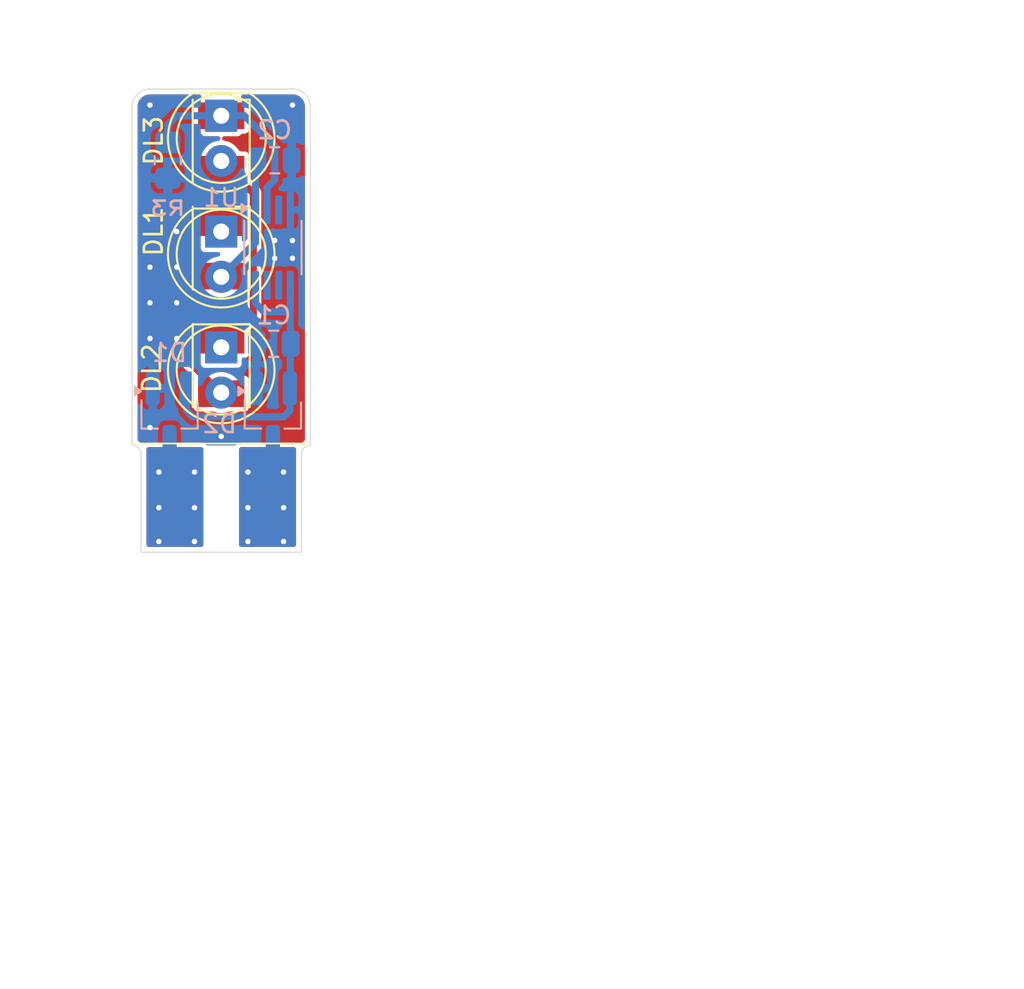
<source format=kicad_pcb>
(kicad_pcb (version 20240108) (generator "pcbnew") (generator_version "8.0")
  (layers (0 "F.Cu" signal) (31 "B.Cu" signal) (34 "B.Paste" user) (35 "F.Paste" user) (36 "B.SilkS" user "B.Silkscreen") (37 "F.SilkS" user "F.Silkscreen") (38 "B.Mask" user) (39 "F.Mask" user) (44 "Edge.Cuts" user))
  (net 0 "")
  (net 1 "GND")
  (net 2 "Net-(D1-A)")
  (net 6 "Vi1")
  (net 7 "Vi2")
  (net 8 "Net-(DL1-A)")
  (net 9 "Net-(DL1-K)")
  (net 10 "Net-(DL2-K)")
  (net 11 "Net-(DL3-K)")
  (footprint "LED_SMD:LED_PLCC-2_3.4x3.0mm_KA" (layer "F.Cu") (at 105 69.6 -90)
    (property "Reference" "DL5" (hide yes))
    (property "Value" "LED" (hide yes))
    (fp_line (start 2.25 1.6) (end -2.4 1.6) (stroke (width 0.12)) (layer "F.SilkS"))
    (fp_line (start -2.4 -1.6) (end -2.4 -0.8) (stroke (width 0.12)) (layer "F.SilkS"))
    (fp_line (start 2.25 -1.6) (end -2.4 -1.6) (stroke (width 0.12)) (layer "F.SilkS"))
    (pad "1" smd rect (at -1.5 0 270) (size 1.5 2.6) (layers "F.Cu" "F.Paste" "F.Mask") (net 10 "Net-(DL2-K)"))
    (pad "2" smd rect (at 1.5 0 270) (size 1.5 2.6) (layers "F.Cu" "F.Paste" "F.Mask") (net 9 "Net-(DL1-K)"))
  )
  (footprint "LED_THT:LED_D5.0mm_Clear" (layer "F.Cu") (at 105 68.5 -90)
    (property "Reference" "DL2" (at 1.175 3.9 90) (layer "F.SilkS"))
    (property "Value" "LED" (hide yes))
    (fp_line (start -1.29 -1.545) (end -1.29 1.545) (stroke (width 0.12)) (layer "F.SilkS"))
    (fp_arc (start 4.26 -0.000462) (mid 2.072002 2.880433) (end -1.29 1.54483) (stroke (width 0.12)) (layer "F.SilkS"))
    (fp_arc (start -1.29 -1.54483) (mid 2.072002 -2.880433) (end 4.26 0.000462) (stroke (width 0.12)) (layer "F.SilkS"))
    (fp_circle (center 1.27 0) (end 3.77 0) (stroke (width 0.12)) (fill none) (layer "F.SilkS"))
    (pad "1" thru_hole rect (at 0 0 270) (size 1.8 1.8) (drill 0.9) (layers "*.Cu" "*.Mask") (net 10 "Net-(DL2-K)"))
    (pad "2" thru_hole circle (at 2.54 0 270) (size 1.8 1.8) (drill 0.9) (layers "*.Cu" "*.Mask") (net 9 "Net-(DL1-K)"))
  )
  (footprint "LED_SMD:LED_PLCC-2_3.4x3.0mm_KA" (layer "F.Cu") (at 105 63 -90)
    (property "Reference" "DL4" (hide yes))
    (property "Value" "LED" (hide yes))
    (fp_line (start 2.25 1.6) (end -2.4 1.6) (stroke (width 0.12)) (layer "F.SilkS"))
    (fp_line (start -2.4 -1.6) (end -2.4 -0.8) (stroke (width 0.12)) (layer "F.SilkS"))
    (fp_line (start 2.25 -1.6) (end -2.4 -1.6) (stroke (width 0.12)) (layer "F.SilkS"))
    (pad "1" smd rect (at -1.5 0 270) (size 1.5 2.6) (layers "F.Cu" "F.Paste" "F.Mask") (net 9 "Net-(DL1-K)"))
    (pad "2" smd rect (at 1.5 0 270) (size 1.5 2.6) (layers "F.Cu" "F.Paste" "F.Mask") (net 8 "Net-(DL1-A)"))
  )
  (footprint "LED_THT:LED_D5.0mm_Clear" (layer "F.Cu") (at 105 62 -90)
    (property "Reference" "DL1" (at 0 3.8 90) (layer "F.SilkS"))
    (property "Value" "LED" (hide yes))
    (fp_line (start -1.29 -1.545) (end -1.29 1.545) (stroke (width 0.12)) (layer "F.SilkS"))
    (fp_arc (start 4.26 -0.000462) (mid 2.072002 2.880433) (end -1.29 1.54483) (stroke (width 0.12)) (layer "F.SilkS"))
    (fp_arc (start -1.29 -1.54483) (mid 2.072002 -2.880433) (end 4.26 0.000462) (stroke (width 0.12)) (layer "F.SilkS"))
    (fp_circle (center 1.27 0) (end 3.77 0) (stroke (width 0.12)) (fill none) (layer "F.SilkS"))
    (pad "1" thru_hole rect (at 0 0 270) (size 1.8 1.8) (drill 0.9) (layers "*.Cu" "*.Mask") (net 9 "Net-(DL1-K)"))
    (pad "2" thru_hole circle (at 2.54 0 270) (size 1.8 1.8) (drill 0.9) (layers "*.Cu" "*.Mask") (net 8 "Net-(DL1-A)"))
  )
  (footprint "LED_SMD:LED_PLCC-2_3.4x3.0mm_KA" (layer "F.Cu") (at 105 57 -90)
    (property "Reference" "DL6" (hide yes))
    (property "Value" "LED" (hide yes))
    (fp_line (start 2.25 1.6) (end -2.4 1.6) (stroke (width 0.12)) (layer "F.SilkS"))
    (fp_line (start -2.4 -1.6) (end -2.4 -0.8) (stroke (width 0.12)) (layer "F.SilkS"))
    (fp_line (start 2.25 -1.6) (end -2.4 -1.6) (stroke (width 0.12)) (layer "F.SilkS"))
    (pad "1" smd rect (at -1.5 0 270) (size 1.5 2.6) (layers "F.Cu" "F.Paste" "F.Mask") (net 11 "Net-(DL3-K)"))
    (pad "2" smd rect (at 1.5 0 270) (size 1.5 2.6) (layers "F.Cu" "F.Paste" "F.Mask") (net 10 "Net-(DL2-K)"))
  )
  (footprint "LED_THT:LED_D5.0mm_Clear" (layer "F.Cu") (at 105 55.5 -90)
    (property "Reference" "DL3" (at 1.4 3.8 90) (layer "F.SilkS"))
    (property "Value" "LED" (hide yes))
    (fp_line (start -1.29 -1.545) (end -1.29 1.545) (stroke (width 0.12)) (layer "F.SilkS"))
    (fp_arc (start 4.26 -0.000462) (mid 2.072002 2.880433) (end -1.29 1.54483) (stroke (width 0.12)) (layer "F.SilkS"))
    (fp_arc (start -1.29 -1.54483) (mid 2.072002 -2.880433) (end 4.26 0.000462) (stroke (width 0.12)) (layer "F.SilkS"))
    (fp_circle (center 1.27 0) (end 3.77 0) (stroke (width 0.12)) (fill none) (layer "F.SilkS"))
    (pad "1" thru_hole rect (at 0 0 270) (size 1.8 1.8) (drill 0.9) (layers "*.Cu" "*.Mask") (net 11 "Net-(DL3-K)"))
    (pad "2" thru_hole circle (at 2.54 0 270) (size 1.8 1.8) (drill 0.9) (layers "*.Cu" "*.Mask") (net 10 "Net-(DL2-K)"))
  )
  (footprint "Package_SO:MSOP-8_3x3mm_P0.65mm" (layer "B.Cu") (at 107.9 62.9 -90)
    (property "Reference" "U1" (at -2.8 2.9 180) (layer "B.SilkS") (effects (justify mirror)))
    (property "Value" "LT1962" (hide yes))
    (fp_line (start -1.5 1.61) (end 0 1.61) (stroke (width 0.12)) (layer "B.SilkS"))
    (fp_line (start 1.5 1.61) (end 0 1.61) (stroke (width 0.12)) (layer "B.SilkS"))
    (fp_line (start -1.5 -1.61) (end 0 -1.61) (stroke (width 0.12)) (layer "B.SilkS"))
    (fp_line (start 1.5 -1.61) (end 0 -1.61) (stroke (width 0.12)) (layer "B.SilkS"))
    (fp_poly (pts (xy -2.2125 1.435) (xy -2.4525 1.765) (xy -1.9725 1.765) (xy -2.2125 1.435)) (stroke (width 0.12)) (fill solid) (layer "B.SilkS"))
    (pad "1" smd roundrect (at -2.1125 0.975 270) (size 1.625 0.4) (layers "B.Cu" "B.Paste" "B.Mask") (net 8 "Net-(DL1-A)"))
    (pad "2" smd roundrect (at -2.1125 0.325 270) (size 1.625 0.4) (layers "B.Cu" "B.Paste" "B.Mask") (net 11 "Net-(DL3-K)"))
    (pad "3" smd roundrect (at -2.1125 -0.325 270) (size 1.625 0.4) (layers "B.Cu" "B.Paste" "B.Mask"))
    (pad "4" smd roundrect (at -2.1125 -0.975 270) (size 1.625 0.4) (layers "B.Cu" "B.Paste" "B.Mask") (net 1 "GND"))
    (pad "5" smd roundrect (at 2.1125 -0.975 270) (size 1.625 0.4) (layers "B.Cu" "B.Paste" "B.Mask") (net 2 "Net-(D1-A)"))
    (pad "6" smd roundrect (at 2.1125 -0.325 270) (size 1.625 0.4) (layers "B.Cu" "B.Paste" "B.Mask"))
    (pad "7" smd roundrect (at 2.1125 0.325 270) (size 1.625 0.4) (layers "B.Cu" "B.Paste" "B.Mask"))
    (pad "8" smd roundrect (at 2.1125 0.975 270) (size 1.625 0.4) (layers "B.Cu" "B.Paste" "B.Mask") (net 2 "Net-(D1-A)"))
  )
  (footprint "Resistor_SMD:R_0805_2012Metric_Pad1.20x1.40mm_HandSolder" (layer "B.Cu") (at 102 58 90)
    (property "Reference" "R3" (at -2.7 0 0) (layer "B.SilkS") (effects (font (size 0.8 1)) (justify mirror)))
    (property "Value" "120" (hide yes))
    (fp_line (start 0.227064 -0.735) (end -0.227064 -0.735) (stroke (width 0.12)) (layer "B.SilkS"))
    (fp_line (start 0.227064 0.735) (end -0.227064 0.735) (stroke (width 0.12)) (layer "B.SilkS"))
    (pad "1" smd roundrect (at -1 0 90) (size 1.2 1.4) (layers "B.Cu" "B.Paste" "B.Mask") (roundrect_rratio 0.208333) (net 1 "GND"))
    (pad "2" smd roundrect (at 1 0 90) (size 1.2 1.4) (layers "B.Cu" "B.Paste" "B.Mask") (roundrect_rratio 0.208333) (net 11 "Net-(DL3-K)"))
  )
  (footprint "Package_TO_SOT_SMD:SOT-23_Handsoldering" (layer "B.Cu") (at 107.9 72.3 -90)
    (property "Reference" "D2" (at 0.5 3 180) (layer "B.SilkS") (effects (justify mirror)))
    (property "Value" "BAV99 / BAT54S" (hide yes))
    (fp_line (start -0.84 1.58) (end -0.04 1.58) (stroke (width 0.12)) (layer "B.SilkS"))
    (fp_line (start 0.76 1.58) (end -0.04 1.58) (stroke (width 0.12)) (layer "B.SilkS"))
    (fp_line (start 0.76 0.65) (end 0.76 1.58) (stroke (width 0.12)) (layer "B.SilkS"))
    (fp_line (start 0.76 -0.65) (end 0.76 -1.58) (stroke (width 0.12)) (layer "B.SilkS"))
    (fp_line (start -0.7 -1.58) (end 0.76 -1.58) (stroke (width 0.12)) (layer "B.SilkS"))
    (fp_poly (pts (xy -1.34 1.61) (xy -1.58 1.94) (xy -1.1 1.94) (xy -1.34 1.61)) (stroke (width 0.12)) (fill solid) (layer "B.SilkS"))
    (pad "1" smd roundrect (at -1.5 0.95 270) (size 1.9 0.8) (layers "B.Cu" "B.Paste" "B.Mask") (net 1 "GND"))
    (pad "2" smd roundrect (at -1.5 -0.95 270) (size 1.9 0.8) (layers "B.Cu" "B.Paste" "B.Mask") (net 2 "Net-(D1-A)"))
    (pad "3" smd roundrect (at 1.5 0 270) (size 1.9 0.8) (layers "B.Cu" "B.Paste" "B.Mask") (net 7 "Vi2"))
  )
  (footprint "Capacitor_SMD:C_0805_2012Metric" (layer "B.Cu") (at 108 58)
    (property "Reference" "C2" (at 0 -1.7 0) (layer "B.SilkS") (effects (justify mirror)))
    (property "Value" "4.7u" (hide yes))
    (fp_line (start 0.261252 -0.735) (end -0.261252 -0.735) (stroke (width 0.12)) (layer "B.SilkS"))
    (fp_line (start 0.261252 0.735) (end -0.261252 0.735) (stroke (width 0.12)) (layer "B.SilkS"))
    (pad "1" smd roundrect (at -0.95 0) (size 1 1.45) (layers "B.Cu" "B.Paste" "B.Mask") (net 8 "Net-(DL1-A)"))
    (pad "2" smd roundrect (at 0.95 0) (size 1 1.45) (layers "B.Cu" "B.Paste" "B.Mask") (net 1 "GND"))
  )
  (footprint "Package_TO_SOT_SMD:SOT-23_Handsoldering" (layer "B.Cu") (at 102.1 72.3 -90)
    (property "Reference" "D1" (at -3.5 0 180) (layer "B.SilkS") (effects (justify mirror)))
    (property "Value" "BAV99 / BAT54S" (hide yes))
    (fp_line (start -0.84 1.58) (end -0.04 1.58) (stroke (width 0.12)) (layer "B.SilkS"))
    (fp_line (start 0.76 1.58) (end -0.04 1.58) (stroke (width 0.12)) (layer "B.SilkS"))
    (fp_line (start 0.76 0.65) (end 0.76 1.58) (stroke (width 0.12)) (layer "B.SilkS"))
    (fp_line (start 0.76 -0.65) (end 0.76 -1.58) (stroke (width 0.12)) (layer "B.SilkS"))
    (fp_line (start -0.7 -1.58) (end 0.76 -1.58) (stroke (width 0.12)) (layer "B.SilkS"))
    (fp_poly (pts (xy -1.34 1.61) (xy -1.58 1.94) (xy -1.1 1.94) (xy -1.34 1.61)) (stroke (width 0.12)) (fill solid) (layer "B.SilkS"))
    (pad "1" smd roundrect (at -1.5 0.95 270) (size 1.9 0.8) (layers "B.Cu" "B.Paste" "B.Mask") (net 1 "GND"))
    (pad "2" smd roundrect (at -1.5 -0.95 270) (size 1.9 0.8) (layers "B.Cu" "B.Paste" "B.Mask") (net 2 "Net-(D1-A)"))
    (pad "3" smd roundrect (at 1.5 0 270) (size 1.9 0.8) (layers "B.Cu" "B.Paste" "B.Mask") (net 6 "Vi1"))
  )
  (footprint "Capacitor_SMD:C_0805_2012Metric" (layer "B.Cu") (at 107.95 68.3 180)
    (property "Reference" "C1" (at 0 1.6 180) (layer "B.SilkS") (effects (justify mirror)))
    (property "Value" "4.7u" (hide yes))
    (fp_line (start 0.261252 0.735) (end -0.261252 0.735) (stroke (width 0.12)) (layer "B.SilkS"))
    (fp_line (start 0.261252 -0.735) (end -0.261252 -0.735) (stroke (width 0.12)) (layer "B.SilkS"))
    (pad "1" smd roundrect (at -0.95 0 180) (size 1 1.45) (layers "B.Cu" "B.Paste" "B.Mask") (net 2 "Net-(D1-A)"))
    (pad "2" smd roundrect (at 0.95 0 180) (size 1 1.45) (layers "B.Cu" "B.Paste" "B.Mask") (net 1 "GND"))
  )
  (gr_line (start 100.1 73.9) (end 109.9 73.9) (stroke (width 0.1)) (layer "F.SilkS"))
  (gr_line (start 100.5 74.5) (end 100.5 80) (stroke (width 0.05)) (layer "Edge.Cuts"))
  (gr_line (start 101 54) (end 109 54) (stroke (width 0.05)) (layer "Edge.Cuts"))
  (gr_arc (start 109.5 74.5) (mid 109.646447 74.146447) (end 110 74) (stroke (width 0.05)) (layer "Edge.Cuts"))
  (gr_arc (start 109.0035 53.9965) (mid 109.709586 54.290414) (end 110.0035 54.9965) (stroke (width 0.05)) (layer "Edge.Cuts"))
  (gr_line (start 110 55) (end 110 74) (stroke (width 0.05)) (layer "Edge.Cuts"))
  (gr_line (start 100 74) (end 100 55) (stroke (width 0.05)) (layer "Edge.Cuts"))
  (gr_line (start 109.5 74.5) (end 109.5 80) (stroke (width 0.05)) (layer "Edge.Cuts"))
  (gr_arc (start 100 55) (mid 100.292893 54.292893) (end 101 54) (stroke (width 0.05)) (layer "Edge.Cuts"))
  (gr_line (start 109.5 80) (end 100.5 80) (stroke (width 0.05)) (layer "Edge.Cuts"))
  (gr_arc (start 100 74) (mid 100.353553 74.146447) (end 100.5 74.5) (stroke (width 0.05)) (layer "Edge.Cuts"))
  (via (at 102.5 66) (size 0.6) (drill 0.3) (layers "F.Cu" "B.Cu") (net 1))
  (via (at 101 73) (size 0.6) (drill 0.3) (layers "F.Cu" "B.Cu") (net 1))
  (via (at 102.5 64) (size 0.6) (drill 0.3) (layers "F.Cu" "B.Cu") (net 1))
  (via (at 109 63.5) (size 0.6) (drill 0.3) (layers "F.Cu" "B.Cu") (net 1))
  (via (at 101 54.9) (size 0.6) (drill 0.3) (layers "F.Cu" "B.Cu") (net 1))
  (via (at 108 63.5) (size 0.6) (drill 0.3) (layers "F.Cu" "B.Cu") (net 1))
  (via (at 101 64) (size 0.6) (drill 0.3) (layers "F.Cu" "B.Cu") (net 1))
  (via (at 101 66) (size 0.6) (drill 0.3) (layers "F.Cu" "B.Cu") (net 1))
  (via (at 105 73.5) (size 0.6) (drill 0.3) (layers "F.Cu" "B.Cu") (net 1))
  (via (at 109 62.5) (size 0.6) (drill 0.3) (layers "F.Cu" "B.Cu") (net 1))
  (via (at 102.5 68) (size 0.6) (drill 0.3) (layers "F.Cu" "B.Cu") (net 1))
  (via (at 101 68) (size 0.6) (drill 0.3) (layers "F.Cu" "B.Cu") (net 1))
  (via (at 108 62.5) (size 0.6) (drill 0.3) (layers "F.Cu" "B.Cu") (net 1))
  (via (at 109 54.9) (size 0.6) (drill 0.3) (layers "F.Cu" "B.Cu") (net 1))
  (via (at 102.5 62) (size 0.6) (drill 0.3) (layers "F.Cu" "B.Cu") (net 1))
  (segment (start 107 70.75) (end 106.95 70.8) (width 0.4) (layer "B.Cu") (net 1))
  (segment (start 105.42 69.77) (end 104.57 69.77) (width 0.24) (layer "B.Cu") (net 1))
  (segment (start 108.875 70.775) (end 108.85 70.8) (width 0.4) (layer "B.Cu") (net 2))
  (segment (start 107.4 66.5) (end 108.875 66.5) (width 0.4) (layer "B.Cu") (net 2))
  (segment (start 103.05 72.05) (end 103.4 72.4) (width 0.4) (layer "B.Cu") (net 2))
  (segment (start 108.875 65.0125) (end 108.875 70.775) (width 0.4) (layer "B.Cu") (net 2))
  (segment (start 103.4 72.4) (end 108.5 72.4) (width 0.4) (layer "B.Cu") (net 2))
  (segment (start 106.925 66.025) (end 107.4 66.5) (width 0.4) (layer "B.Cu") (net 2))
  (segment (start 108.85 72.05) (end 108.85 70.8) (width 0.4) (layer "B.Cu") (net 2))
  (segment (start 106.925 65.0125) (end 106.925 66.025) (width 0.4) (layer "B.Cu") (net 2))
  (segment (start 108.5 72.4) (end 108.85 72.05) (width 0.4) (layer "B.Cu") (net 2))
  (segment (start 103.05 70.8) (end 103.05 72.05) (width 0.4) (layer "B.Cu") (net 2))
  (via (at 103.5 79.4) (size 0.6) (drill 0.3) (layers "F.Cu" "B.Cu") (net 6))
  (via (at 103.5 75.5) (size 0.6) (drill 0.3) (layers "F.Cu" "B.Cu") (net 6))
  (via (at 101.5 79.4) (size 0.6) (drill 0.3) (layers "F.Cu" "B.Cu") (net 6))
  (via (at 101.5 75.5) (size 0.6) (drill 0.3) (layers "F.Cu" "B.Cu") (net 6))
  (via (at 101.5 77.5) (size 0.6) (drill 0.3) (layers "F.Cu" "B.Cu") (net 6))
  (via (at 103.5 77.5) (size 0.6) (drill 0.3) (layers "F.Cu" "B.Cu") (net 6))
  (via (at 106.5 75.5) (size 0.6) (drill 0.3) (layers "F.Cu" "B.Cu") (net 7))
  (via (at 106.5 79.4) (size 0.6) (drill 0.3) (layers "F.Cu" "B.Cu") (net 7))
  (via (at 106.5 77.5) (size 0.6) (drill 0.3) (layers "F.Cu" "B.Cu") (net 7))
  (via (at 108.5 75.5) (size 0.6) (drill 0.3) (layers "F.Cu" "B.Cu") (net 7))
  (via (at 108.5 79.4) (size 0.6) (drill 0.3) (layers "F.Cu" "B.Cu") (net 7))
  (via (at 108.5 77.5) (size 0.6) (drill 0.3) (layers "F.Cu" "B.Cu") (net 7))
  (segment (start 105.1775 63.8875) (end 105 64.065) (width 0.4) (layer "B.Cu") (net 8))
  (segment (start 106.925 60.7875) (end 106.925 58.125) (width 0.4) (layer "B.Cu") (net 8))
  (segment (start 105 64.54) (end 106.925 62.615) (width 0.4) (layer "B.Cu") (net 8))
  (segment (start 106.925 58.125) (end 107.05 58) (width 0.4) (layer "B.Cu") (net 8))
  (segment (start 106.925 62.615) (end 106.925 60.7875) (width 0.4) (layer "B.Cu") (net 8))
  (segment (start 103.25 69.35) (end 104.94 71.04) (width 0.4) (layer "F.Cu") (net 9))
  (segment (start 105 62) (end 103.8 62) (width 0.4) (layer "F.Cu") (net 9))
  (segment (start 103.8 62) (end 103.25 62.55) (width 0.4) (layer "F.Cu") (net 9))
  (segment (start 103.25 62.55) (end 103.25 69.35) (width 0.4) (layer "F.Cu") (net 9))
  (segment (start 104.94 71.04) (end 105 71.04) (width 0.4) (layer "F.Cu") (net 9))
  (segment (start 106.8 66.7) (end 105 68.5) (width 0.4) (layer "F.Cu") (net 10))
  (segment (start 105 58.04) (end 106.8 59.84) (width 0.4) (layer "F.Cu") (net 10))
  (segment (start 106.8 59.84) (end 106.8 66.7) (width 0.4) (layer "F.Cu") (net 10))
  (segment (start 107.575 59.525) (end 107.575 60.7875) (width 0.4) (layer "B.Cu") (net 11))
  (segment (start 102 56) (end 102 57) (width 0.4) (layer "B.Cu") (net 11))
  (segment (start 106.3 55.5) (end 108 57.2) (width 0.4) (layer "B.Cu") (net 11))
  (segment (start 105 55.5) (end 106.3 55.5) (width 0.4) (layer "B.Cu") (net 11))
  (segment (start 108 57.2) (end 108 59.1) (width 0.4) (layer "B.Cu") (net 11))
  (segment (start 105 55.5) (end 102.5 55.5) (width 0.4) (layer "B.Cu") (net 11))
  (segment (start 108 59.1) (end 107.575 59.525) (width 0.4) (layer "B.Cu") (net 11))
  (segment (start 102.5 55.5) (end 102 56) (width 0.4) (layer "B.Cu") (net 11))
  (zone (net 6) (net_name "Vi1") (layers "F&B.Cu") (priority 1) (connect_pads yes (clearance 0.25)) (min_thickness 0.25) (fill yes (thermal_gap 0.5) (thermal_bridge_width 0.5))
    (polygon (pts (xy 104 74.1) (xy 104 80) (xy 100.8 80) (xy 100.8 74.1)))
  )
  (zone (net 1) (net_name "GND") (layers "F&B.Cu") (connect_pads (clearance 0.25)) (min_thickness 0.25) (fill yes (thermal_gap 0.25) (thermal_bridge_width 0.5))
    (polygon (pts (xy 100 54) (xy 110 54) (xy 110 74) (xy 100 74)))
  )
  (zone (net 7) (net_name "Vi2") (layers "F&B.Cu") (priority 2) (connect_pads yes (clearance 0.25)) (min_thickness 0.25) (fill yes (thermal_gap 0.5) (thermal_bridge_width 0.5))
    (polygon (pts (xy 106 74.1) (xy 109.2 74.1) (xy 109.2 80) (xy 106 80)))
  )
)
</source>
